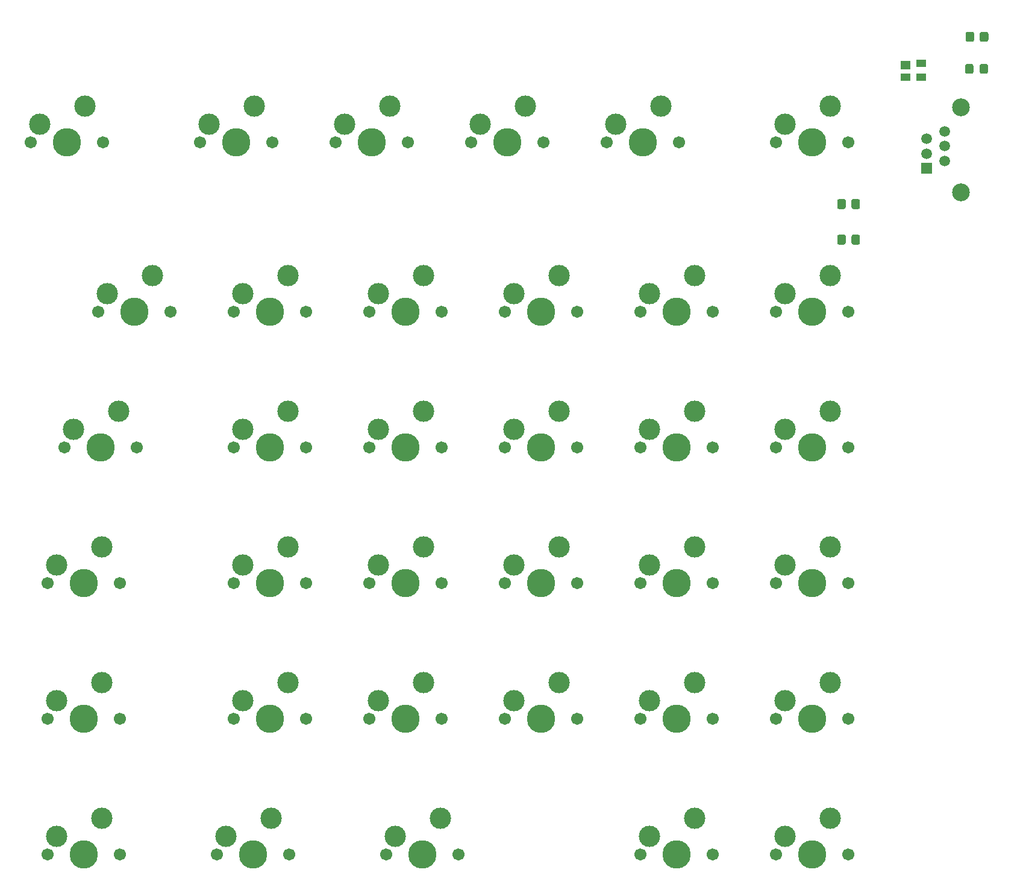
<source format=gts>
G04 #@! TF.GenerationSoftware,KiCad,Pcbnew,5.1.12-1.fc34*
G04 #@! TF.CreationDate,2021-12-19T19:02:19+02:00*
G04 #@! TF.ProjectId,slash_left,736c6173-685f-46c6-9566-742e6b696361,rev?*
G04 #@! TF.SameCoordinates,Original*
G04 #@! TF.FileFunction,Soldermask,Top*
G04 #@! TF.FilePolarity,Negative*
%FSLAX46Y46*%
G04 Gerber Fmt 4.6, Leading zero omitted, Abs format (unit mm)*
G04 Created by KiCad (PCBNEW 5.1.12-1.fc34) date 2021-12-19 19:02:19*
%MOMM*%
%LPD*%
G01*
G04 APERTURE LIST*
%ADD10C,1.701800*%
%ADD11C,3.987800*%
%ADD12C,3.000000*%
%ADD13R,1.520000X1.520000*%
%ADD14C,2.500000*%
%ADD15C,1.520000*%
%ADD16R,1.400000X1.000000*%
%ADD17R,1.400000X1.200000*%
G04 APERTURE END LIST*
D10*
X99695000Y-95250000D03*
X109855000Y-95250000D03*
D11*
X104775000Y-95250000D03*
D12*
X100965000Y-92710000D03*
X107315000Y-90170000D03*
D10*
X137795000Y-133350000D03*
X147955000Y-133350000D03*
D11*
X142875000Y-133350000D03*
D12*
X139065000Y-130810000D03*
X145415000Y-128270000D03*
D10*
X118745000Y-133350000D03*
X128905000Y-133350000D03*
D11*
X123825000Y-133350000D03*
D12*
X120015000Y-130810000D03*
X126365000Y-128270000D03*
D10*
X83026250Y-133350000D03*
X93186250Y-133350000D03*
D11*
X88106250Y-133350000D03*
D12*
X84296250Y-130810000D03*
X90646250Y-128270000D03*
D10*
X59213750Y-133350000D03*
X69373750Y-133350000D03*
D11*
X64293750Y-133350000D03*
D12*
X60483750Y-130810000D03*
X66833750Y-128270000D03*
D10*
X35401250Y-133350000D03*
X45561250Y-133350000D03*
D11*
X40481250Y-133350000D03*
D12*
X36671250Y-130810000D03*
X43021250Y-128270000D03*
D10*
X137795000Y-114300000D03*
X147955000Y-114300000D03*
D11*
X142875000Y-114300000D03*
D12*
X139065000Y-111760000D03*
X145415000Y-109220000D03*
D10*
X118745000Y-114300000D03*
X128905000Y-114300000D03*
D11*
X123825000Y-114300000D03*
D12*
X120015000Y-111760000D03*
X126365000Y-109220000D03*
D10*
X99695000Y-114300000D03*
X109855000Y-114300000D03*
D11*
X104775000Y-114300000D03*
D12*
X100965000Y-111760000D03*
X107315000Y-109220000D03*
D10*
X80645000Y-114300000D03*
X90805000Y-114300000D03*
D11*
X85725000Y-114300000D03*
D12*
X81915000Y-111760000D03*
X88265000Y-109220000D03*
D10*
X61595000Y-114300000D03*
X71755000Y-114300000D03*
D11*
X66675000Y-114300000D03*
D12*
X62865000Y-111760000D03*
X69215000Y-109220000D03*
D10*
X35401250Y-114300000D03*
X45561250Y-114300000D03*
D11*
X40481250Y-114300000D03*
D12*
X36671250Y-111760000D03*
X43021250Y-109220000D03*
D10*
X137795000Y-95250000D03*
X147955000Y-95250000D03*
D11*
X142875000Y-95250000D03*
D12*
X139065000Y-92710000D03*
X145415000Y-90170000D03*
D10*
X118745000Y-95250000D03*
X128905000Y-95250000D03*
D11*
X123825000Y-95250000D03*
D12*
X120015000Y-92710000D03*
X126365000Y-90170000D03*
D10*
X80645000Y-95250000D03*
X90805000Y-95250000D03*
D11*
X85725000Y-95250000D03*
D12*
X81915000Y-92710000D03*
X88265000Y-90170000D03*
D10*
X61595000Y-95250000D03*
X71755000Y-95250000D03*
D11*
X66675000Y-95250000D03*
D12*
X62865000Y-92710000D03*
X69215000Y-90170000D03*
D10*
X35401250Y-95250000D03*
X45561250Y-95250000D03*
D11*
X40481250Y-95250000D03*
D12*
X36671250Y-92710000D03*
X43021250Y-90170000D03*
D10*
X137795000Y-76200000D03*
X147955000Y-76200000D03*
D11*
X142875000Y-76200000D03*
D12*
X139065000Y-73660000D03*
X145415000Y-71120000D03*
D10*
X118745000Y-76200000D03*
X128905000Y-76200000D03*
D11*
X123825000Y-76200000D03*
D12*
X120015000Y-73660000D03*
X126365000Y-71120000D03*
D10*
X99695000Y-76200000D03*
X109855000Y-76200000D03*
D11*
X104775000Y-76200000D03*
D12*
X100965000Y-73660000D03*
X107315000Y-71120000D03*
D10*
X80645000Y-76200000D03*
X90805000Y-76200000D03*
D11*
X85725000Y-76200000D03*
D12*
X81915000Y-73660000D03*
X88265000Y-71120000D03*
D10*
X61595000Y-76200000D03*
X71755000Y-76200000D03*
D11*
X66675000Y-76200000D03*
D12*
X62865000Y-73660000D03*
X69215000Y-71120000D03*
D10*
X37782500Y-76200000D03*
X47942500Y-76200000D03*
D11*
X42862500Y-76200000D03*
D12*
X39052500Y-73660000D03*
X45402500Y-71120000D03*
D10*
X137795000Y-57150000D03*
X147955000Y-57150000D03*
D11*
X142875000Y-57150000D03*
D12*
X139065000Y-54610000D03*
X145415000Y-52070000D03*
D10*
X118745000Y-57150000D03*
X128905000Y-57150000D03*
D11*
X123825000Y-57150000D03*
D12*
X120015000Y-54610000D03*
X126365000Y-52070000D03*
D10*
X99695000Y-57150000D03*
X109855000Y-57150000D03*
D11*
X104775000Y-57150000D03*
D12*
X100965000Y-54610000D03*
X107315000Y-52070000D03*
D10*
X80645000Y-57150000D03*
X90805000Y-57150000D03*
D11*
X85725000Y-57150000D03*
D12*
X81915000Y-54610000D03*
X88265000Y-52070000D03*
D10*
X61595000Y-57150000D03*
X71755000Y-57150000D03*
D11*
X66675000Y-57150000D03*
D12*
X62865000Y-54610000D03*
X69215000Y-52070000D03*
D10*
X42545000Y-57150000D03*
X52705000Y-57150000D03*
D11*
X47625000Y-57150000D03*
D12*
X43815000Y-54610000D03*
X50165000Y-52070000D03*
D10*
X137795000Y-33337500D03*
X147955000Y-33337500D03*
D11*
X142875000Y-33337500D03*
D12*
X139065000Y-30797500D03*
X145415000Y-28257500D03*
D10*
X113982500Y-33337500D03*
X124142500Y-33337500D03*
D11*
X119062500Y-33337500D03*
D12*
X115252500Y-30797500D03*
X121602500Y-28257500D03*
D10*
X94932500Y-33337500D03*
X105092500Y-33337500D03*
D11*
X100012500Y-33337500D03*
D12*
X96202500Y-30797500D03*
X102552500Y-28257500D03*
D10*
X75882500Y-33337500D03*
X86042500Y-33337500D03*
D11*
X80962500Y-33337500D03*
D12*
X77152500Y-30797500D03*
X83502500Y-28257500D03*
D10*
X56832500Y-33337500D03*
X66992500Y-33337500D03*
D11*
X61912500Y-33337500D03*
D12*
X58102500Y-30797500D03*
X64452500Y-28257500D03*
D10*
X33020000Y-33337500D03*
X43180000Y-33337500D03*
D11*
X38100000Y-33337500D03*
D12*
X34290000Y-30797500D03*
X40640000Y-28257500D03*
G36*
G01*
X148400000Y-47450001D02*
X148400000Y-46549999D01*
G75*
G02*
X148649999Y-46300000I249999J0D01*
G01*
X149350001Y-46300000D01*
G75*
G02*
X149600000Y-46549999I0J-249999D01*
G01*
X149600000Y-47450001D01*
G75*
G02*
X149350001Y-47700000I-249999J0D01*
G01*
X148649999Y-47700000D01*
G75*
G02*
X148400000Y-47450001I0J249999D01*
G01*
G37*
G36*
G01*
X146400000Y-47450001D02*
X146400000Y-46549999D01*
G75*
G02*
X146649999Y-46300000I249999J0D01*
G01*
X147350001Y-46300000D01*
G75*
G02*
X147600000Y-46549999I0J-249999D01*
G01*
X147600000Y-47450001D01*
G75*
G02*
X147350001Y-47700000I-249999J0D01*
G01*
X146649999Y-47700000D01*
G75*
G02*
X146400000Y-47450001I0J249999D01*
G01*
G37*
G36*
G01*
X148400000Y-42450001D02*
X148400000Y-41549999D01*
G75*
G02*
X148649999Y-41300000I249999J0D01*
G01*
X149350001Y-41300000D01*
G75*
G02*
X149600000Y-41549999I0J-249999D01*
G01*
X149600000Y-42450001D01*
G75*
G02*
X149350001Y-42700000I-249999J0D01*
G01*
X148649999Y-42700000D01*
G75*
G02*
X148400000Y-42450001I0J249999D01*
G01*
G37*
G36*
G01*
X146400000Y-42450001D02*
X146400000Y-41549999D01*
G75*
G02*
X146649999Y-41300000I249999J0D01*
G01*
X147350001Y-41300000D01*
G75*
G02*
X147600000Y-41549999I0J-249999D01*
G01*
X147600000Y-42450001D01*
G75*
G02*
X147350001Y-42700000I-249999J0D01*
G01*
X146649999Y-42700000D01*
G75*
G02*
X146400000Y-42450001I0J249999D01*
G01*
G37*
G36*
G01*
X166440000Y-18970001D02*
X166440000Y-18069999D01*
G75*
G02*
X166689999Y-17820000I249999J0D01*
G01*
X167390001Y-17820000D01*
G75*
G02*
X167640000Y-18069999I0J-249999D01*
G01*
X167640000Y-18970001D01*
G75*
G02*
X167390001Y-19220000I-249999J0D01*
G01*
X166689999Y-19220000D01*
G75*
G02*
X166440000Y-18970001I0J249999D01*
G01*
G37*
G36*
G01*
X164440000Y-18970001D02*
X164440000Y-18069999D01*
G75*
G02*
X164689999Y-17820000I249999J0D01*
G01*
X165390001Y-17820000D01*
G75*
G02*
X165640000Y-18069999I0J-249999D01*
G01*
X165640000Y-18970001D01*
G75*
G02*
X165390001Y-19220000I-249999J0D01*
G01*
X164689999Y-19220000D01*
G75*
G02*
X164440000Y-18970001I0J249999D01*
G01*
G37*
D13*
X158930000Y-36940000D03*
D14*
X163770000Y-40390000D03*
D15*
X161470000Y-35920000D03*
X158930000Y-34900000D03*
X161470000Y-33880000D03*
X158930000Y-32860000D03*
X161470000Y-31840000D03*
D14*
X163770000Y-28390000D03*
G36*
G01*
X166430000Y-23470001D02*
X166430000Y-22569999D01*
G75*
G02*
X166679999Y-22320000I249999J0D01*
G01*
X167330001Y-22320000D01*
G75*
G02*
X167580000Y-22569999I0J-249999D01*
G01*
X167580000Y-23470001D01*
G75*
G02*
X167330001Y-23720000I-249999J0D01*
G01*
X166679999Y-23720000D01*
G75*
G02*
X166430000Y-23470001I0J249999D01*
G01*
G37*
G36*
G01*
X164380000Y-23470001D02*
X164380000Y-22569999D01*
G75*
G02*
X164629999Y-22320000I249999J0D01*
G01*
X165280001Y-22320000D01*
G75*
G02*
X165530000Y-22569999I0J-249999D01*
G01*
X165530000Y-23470001D01*
G75*
G02*
X165280001Y-23720000I-249999J0D01*
G01*
X164629999Y-23720000D01*
G75*
G02*
X164380000Y-23470001I0J249999D01*
G01*
G37*
D16*
X158240000Y-22280000D03*
X158240000Y-24180000D03*
X156040000Y-24180000D03*
D17*
X156040000Y-22460000D03*
M02*

</source>
